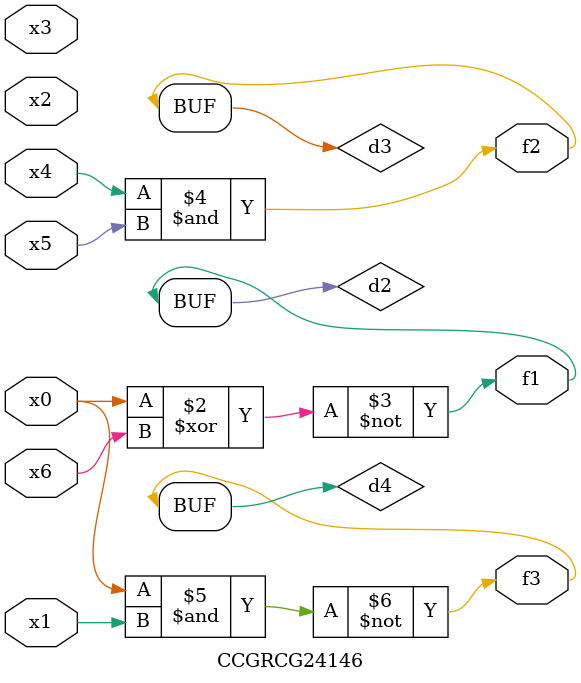
<source format=v>
module CCGRCG24146(
	input x0, x1, x2, x3, x4, x5, x6,
	output f1, f2, f3
);

	wire d1, d2, d3, d4;

	nor (d1, x0);
	xnor (d2, x0, x6);
	and (d3, x4, x5);
	nand (d4, x0, x1);
	assign f1 = d2;
	assign f2 = d3;
	assign f3 = d4;
endmodule

</source>
